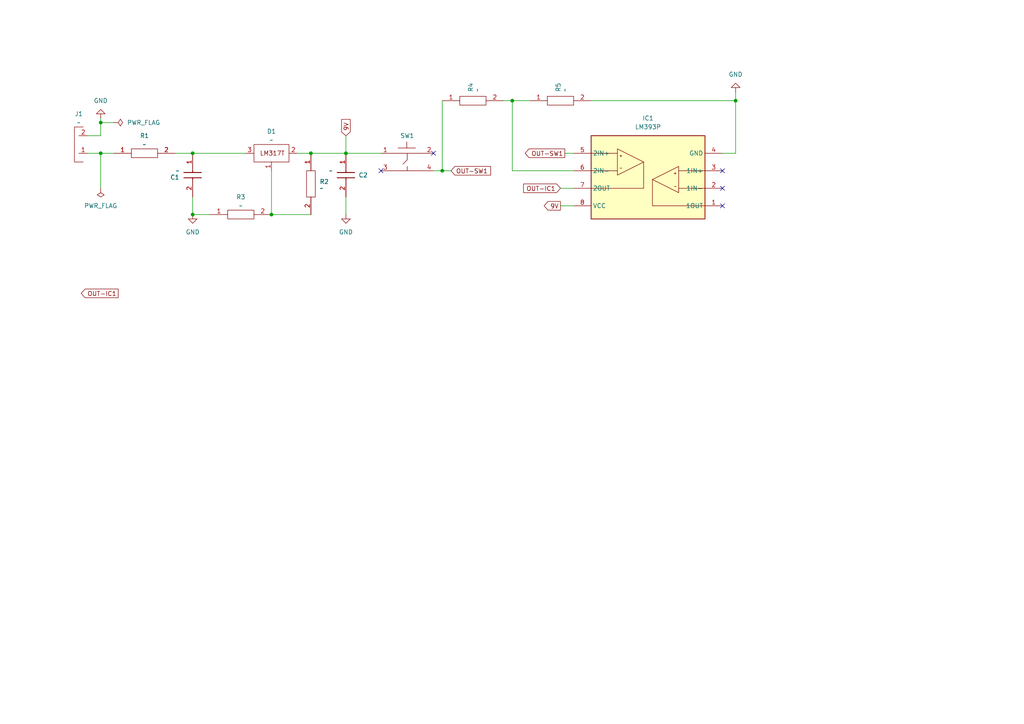
<source format=kicad_sch>
(kicad_sch (version 20250114) (generator "eeschema") (generator_version "9.0")
  (paper "A4")
  (lib_symbols
    (symbol "My_lib2:C_564R60GAD10" (pin_names (hide yes))
      (property "Reference" "C" (at 5.588 5.588 0))
      (symbol "C_564R60GAD10_1_1"
        (polyline (pts (xy 5.08 0) (xy 5.588 0)) (stroke (width 0.254)))
        (polyline (pts (xy 5.588 2.54) (xy 5.588 -2.54)) (stroke (width 0.254)))
        (polyline (pts (xy 7.112 2.54) (xy 7.112 -2.54)) (stroke (width 0.254)))
        (polyline (pts (xy 7.112 0) (xy 7.62 0)) (stroke (width 0.254)))
        (pin passive line (at 0 0 0) (length 5.08) (name "1") (number "1"))
        (pin passive line (at 12.7 0 180) (length 5.08) (name "2") (number "2"))
      )
    )
    (symbol "My_lib2:LM317T"
      (property "Reference" "D" (at 3.556 4.318 0))
      (symbol "LM317T_0_1"
        (rectangle (start 2.54 2.54) (end 12.7 -2.54))
      )
      (symbol "LM317T_1_1"
        (text "LM317T\n" (at 7.874 0 0) (effects (font (size 1.27 1.27))))
        (pin input line (at 0 0 0) (length 2.54) (name "") (number "3"))
        (pin input line (at 7.62 -5.08 90) (length 2.54) (name "") (number "1"))
        (pin input line (at 15.24 0 180) (length 2.54) (name "") (number "2"))
      )
    )
    (symbol "My_lib2:LM393P"
      (property "Reference" "IC" (at 20.066 12.192 0))
      (property "Value" "LM393P" (at 12.7 9.398 0))
      (symbol "LM393P_0_1"
        (polyline (pts (xy 7.62 2.54) (xy 7.62 -5.08) (xy 15.24 -1.27) (xy 7.62 2.54)))
        (polyline (pts (xy 7.62 1.27) (xy 0 1.27)))
        (polyline (pts (xy 7.62 -3.81) (xy 0 -3.81)))
        (polyline (pts (xy 8.382 0.762) (xy 8.89 0.762)))
        (polyline (pts (xy 8.382 -3.048) (xy 8.89 -3.048)))
        (polyline (pts (xy 8.636 -2.794) (xy 8.636 -3.302)))
        (polyline (pts (xy 15.24 -1.27) (xy 15.24 3.81) (xy 15.24 6.35) (xy 0 6.35)))
        (polyline (pts (xy 17.78 -6.35) (xy 17.78 1.27) (xy 33.02 1.27)))
        (polyline (pts (xy 24.13 -4.572) (xy 24.638 -4.572)))
        (polyline (pts (xy 24.13 -8.128) (xy 24.638 -8.128)))
        (polyline (pts (xy 24.384 -7.874) (xy 24.384 -8.382)))
        (polyline (pts (xy 25.4 -10.16) (xy 25.4 -2.54) (xy 17.78 -6.35) (xy 25.4 -10.16)))
        (polyline (pts (xy 33.02 -3.81) (xy 25.4 -3.81)))
        (polyline (pts (xy 33.02 -8.89) (xy 25.4 -8.89)))
      )
      (symbol "LM393P_1_1"
        (rectangle (start 0 10.16) (end 33.02 -13.97) (stroke (width 0.254)) (fill (type background)))
        (pin passive line (at -5.08 6.35 0) (length 5.08) (name "1OUT") (number "1"))
        (pin passive line (at -5.08 1.27 0) (length 5.08) (name "1IN-") (number "2"))
        (pin passive line (at -5.08 -3.81 0) (length 5.08) (name "1IN+") (number "3"))
        (pin passive line (at -5.08 -8.89 0) (length 5.08) (name "GND") (number "4"))
        (pin passive line (at 38.1 6.35 180) (length 5.08) (name "VCC") (number "8"))
        (pin passive line (at 38.1 1.27 180) (length 5.08) (name "2OUT") (number "7"))
        (pin passive line (at 38.1 -3.81 180) (length 5.08) (name "2IN-") (number "6"))
        (pin passive line (at 38.1 -8.89 180) (length 5.08) (name "2IN+") (number "5"))
      )
    )
    (symbol "My_lib2:R_CF100-3K3-J-TB-070-62" (pin_names (offset 0) (hide yes))
      (property "Reference" "R" (at 5.08 2.794 0))
      (symbol "R_CF100-3K3-J-TB-070-62_0_0"
        (pin passive line (at 0 0 0) (length 5.08) (name "~") (number "1"))
        (pin passive line (at 17.78 0 180) (length 5.08) (name "~") (number "2"))
      )
      (symbol "R_CF100-3K3-J-TB-070-62_0_1"
        (polyline (pts (xy 5.08 1.27) (xy 12.7 1.27) (xy 12.7 -1.27) (xy 5.08 -1.27) (xy 5.08 1.27)) (stroke (width 0.1524)))
      )
    )
    (symbol "My_lib2:SW_Push" (pin_names (offset 0.002) (hide yes))
      (property "Reference" "SW" (at 0.635 3.81 0))
      (symbol "SW_Push_0_1"
        (polyline (pts (xy -5.08 0) (xy 5.08 0)))
        (polyline (pts (xy -0.127 1.524) (xy -0.127 3.302)))
        (polyline (pts (xy 0 0) (xy 0 -1.905) (xy -1.27 -3.175)))
        (polyline (pts (xy 0 -3.81) (xy 0 -5.08) (xy -5.08 -5.08) (xy 5.08 -5.08)))
        (polyline (pts (xy 2.413 1.524) (xy -2.667 1.524)))
        (pin passive line (at -7.62 0 0) (length 2.54) (name "1") (number "1"))
      )
      (symbol "SW_Push_1_1"
        (pin passive line (at -7.62 -5.08 0) (length 2.54) (name "1") (number "3"))
        (pin passive line (at 7.62 0 180) (length 2.54) (name "2") (number "2"))
        (pin passive line (at 7.62 -5.08 180) (length 2.54) (name "2") (number "4"))
      )
    )
    (symbol "My_lib2:TB-09A"
      (property "Reference" "J1" (at -1.016 1.778 0))
      (property "Value" "~" (at 3.81 -2.54 0))
      (symbol "TB-09A_0_1"
        (polyline (pts (xy 5.08 -2.54) (xy 5.08 0) (xy -5.08 0) (xy -5.08 -2.54)))
      )
      (symbol "TB-09A_1_1"
        (pin power_in line (at -2.54 -3.81 90) (length 2.54) (name "") (number "1"))
        (pin power_in line (at 2.54 -3.81 90) (length 2.54) (name "") (number "2"))
      )
    )
    (symbol "power:GND" (power) (pin_numbers (hide yes)) (pin_names (offset 0) (hide yes))
      (property "Value" "GND" (at 0 -3.81 0))
      (symbol "GND_0_1"
        (polyline (pts (xy 0 0) (xy 0 -1.27) (xy 1.27 -1.27) (xy 0 -2.54) (xy -1.27 -1.27) (xy 0 -1.27)))
      )
      (symbol "GND_1_1"
        (pin power_in line (at 0 0 270) (length 0) (name "~") (number "1"))
      )
    )
    (symbol "power:PWR_FLAG" (power) (pin_numbers (hide yes)) (pin_names (offset 0) (hide yes))
      (property "Value" "PWR_FLAG" (at 0 3.81 0))
      (symbol "PWR_FLAG_0_0"
        (pin power_out line (at 0 0 90) (length 0) (name "~") (number "1"))
      )
      (symbol "PWR_FLAG_0_1"
        (polyline (pts (xy 0 0) (xy 0 1.27) (xy -1.016 1.905) (xy 0 2.54) (xy 1.016 1.905) (xy 0 1.27)))
      )
    )
  )
  (junction (at 29.21 44.45))
  (junction (at 55.88 44.45))
  (junction (at 55.88 62.23))
  (junction (at 213.36 29.21))
  (junction (at 128.27 49.53))
  (junction (at 78.74 62.23))
  (junction (at 90.17 44.45))
  (junction (at 148.59 29.21))
  (junction (at 100.33 44.45))
  (junction (at 29.21 35.56))
  (no_connect (at 209.55 54.61))
  (no_connect (at 209.55 59.69))
  (no_connect (at 209.55 49.53))
  (no_connect (at 110.49 49.53))
  (no_connect (at 125.73 44.45))
  (wire (pts (xy 128.27 29.21) (xy 128.27 49.53)))
  (wire (pts (xy 29.21 39.37) (xy 25.4 39.37)))
  (wire (pts (xy 146.05 29.21) (xy 148.59 29.21)))
  (wire (pts (xy 78.74 49.53) (xy 78.74 62.23)))
  (wire (pts (xy 100.33 39.37) (xy 100.33 44.45)))
  (wire (pts (xy 78.74 62.23) (xy 90.17 62.23)))
  (wire (pts (xy 166.37 49.53) (xy 148.59 49.53)))
  (wire (pts (xy 55.88 57.15) (xy 55.88 62.23)))
  (wire (pts (xy 162.56 59.69) (xy 166.37 59.69)))
  (wire (pts (xy 29.21 44.45) (xy 33.02 44.45)))
  (wire (pts (xy 128.27 49.53) (xy 130.81 49.53)))
  (wire (pts (xy 148.59 49.53) (xy 148.59 29.21)))
  (wire (pts (xy 90.17 44.45) (xy 100.33 44.45)))
  (wire (pts (xy 163.83 44.45) (xy 166.37 44.45)))
  (wire (pts (xy 29.21 54.61) (xy 29.21 44.45)))
  (wire (pts (xy 29.21 35.56) (xy 33.02 35.56)))
  (wire (pts (xy 213.36 44.45) (xy 213.36 29.21)))
  (wire (pts (xy 171.45 29.21) (xy 213.36 29.21)))
  (wire (pts (xy 25.4 44.45) (xy 29.21 44.45)))
  (wire (pts (xy 60.96 62.23) (xy 55.88 62.23)))
  (wire (pts (xy 50.8 44.45) (xy 55.88 44.45)))
  (wire (pts (xy 213.36 29.21) (xy 213.36 26.67)))
  (wire (pts (xy 209.55 44.45) (xy 213.36 44.45)))
  (wire (pts (xy 29.21 34.29) (xy 29.21 35.56)))
  (wire (pts (xy 125.73 49.53) (xy 128.27 49.53)))
  (wire (pts (xy 162.56 54.61) (xy 166.37 54.61)))
  (wire (pts (xy 29.21 35.56) (xy 29.21 39.37)))
  (wire (pts (xy 55.88 44.45) (xy 71.12 44.45)))
  (wire (pts (xy 100.33 44.45) (xy 110.49 44.45)))
  (wire (pts (xy 100.33 57.15) (xy 100.33 62.23)))
  (wire (pts (xy 148.59 29.21) (xy 153.67 29.21)))
  (wire (pts (xy 86.36 44.45) (xy 90.17 44.45)))
  (global_label "OUT-IC1" (shape input) (at 162.56 54.61 180) (property "Intersheetrefs" "${INTERSHEET_REFS}" (effects (hide yes))))
  (global_label "OUT-SW1" (shape input) (at 130.81 49.53 0) (property "Intersheetrefs" "${INTERSHEET_REFS}" (effects (hide yes))))
  (global_label "9V" (shape input) (at 100.33 39.37 90) (property "Intersheetrefs" "${INTERSHEET_REFS}" (effects (hide yes))))
  (global_label "OUT-SW1" (shape output) (at 163.83 44.45 180) (property "Intersheetrefs" "${INTERSHEET_REFS}" (effects (hide yes))))
  (global_label "OUT-IC1" (shape output) (at 34.29 85.09 180) (property "Intersheetrefs" "${INTERSHEET_REFS}" (effects (hide yes))))
  (global_label "9V" (shape output) (at 162.56 59.69 180) (property "Intersheetrefs" "${INTERSHEET_REFS}" (effects (hide yes))))
  (symbol (lib_id "power:GND") (at 213.36 26.67 180) (unit 1)
    (property "Reference" "#PWR03" (effects (hide yes)))
    (property "Value" "GND" (at 213.36 21.59 0))
    (property "Description" "Power symbol creates a global label with name \"GND\" , ground" (effects (hide yes)))
  )
  (symbol (lib_id "My_lib2:R_CF100-3K3-J-TB-070-62") (at 128.27 29.21 0) (unit 1)
    (property "Reference" "R4" (at 136.5249 26.67 90) (effects (justify left)))
    (property "Value" "~" (at 138.43 26.67 90) (effects (justify left)))
    (property "Footprint" "My_lib2:R axil" (effects (hide yes)))
    (property "Description" "CF100-3K3-J-TB-070-62 CARBON FILM FIXED RESISTOR, 1.0(1W)" (effects (hide yes)))
    (property "Description_1" "CARBON FILM FIXED RESISTOR, 1.0(1W)" (effects (hide yes)))
    (property "Manufacturer_Name" "HKR" (effects (hide yes)))
    (property "Manufacturer_Part_Number" "CF100-3K3-J-TB-070-62" (effects (hide yes)))
  )
  (symbol (lib_id "My_lib2:TB-09A") (at 21.59 41.91 90) (unit 1)
    (property "Reference" "J1" (at 22.86 33.02 90))
    (property "Value" "~" (at 22.86 35.56 90))
    (property "Footprint" "My_lib2:TB-09A" (effects (hide yes)))
    (property "Description" "Винтовой разъем на плату" (effects (hide yes)))
  )
  (symbol (lib_id "power:PWR_FLAG") (at 29.21 54.61 180) (unit 1)
    (property "Reference" "#FLG01" (effects (hide yes)))
    (property "Value" "PWR_FLAG" (at 29.21 59.69 0))
    (property "Description" "Special symbol for telling ERC where power comes from" (effects (hide yes)))
  )
  (symbol (lib_id "power:GND") (at 29.21 34.29 180) (unit 1)
    (property "Reference" "#PWR04" (effects (hide yes)))
    (property "Value" "GND" (at 29.21 29.21 0))
    (property "Description" "Power symbol creates a global label with name \"GND\" , ground" (effects (hide yes)))
  )
  (symbol (lib_id "My_lib2:R_CF100-3K3-J-TB-070-62") (at 60.96 62.23 0) (unit 1)
    (property "Reference" "R3" (at 69.85 57.15 0))
    (property "Value" "~" (at 69.85 59.69 0))
    (property "Footprint" "My_lib2:R axil" (effects (hide yes)))
    (property "Description" "CF100-3K3-J-TB-070-62 CARBON FILM FIXED RESISTOR, 1.0(1W)" (effects (hide yes)))
    (property "Description_1" "CARBON FILM FIXED RESISTOR, 1.0(1W)" (effects (hide yes)))
    (property "Manufacturer_Name" "HKR" (effects (hide yes)))
    (property "Manufacturer_Part_Number" "CF100-3K3-J-TB-070-62" (effects (hide yes)))
  )
  (symbol (lib_id "power:GND") (at 100.33 62.23 0) (unit 1)
    (property "Reference" "#PWR07" (effects (hide yes)))
    (property "Value" "GND" (at 100.33 67.31 0))
    (property "Description" "Power symbol creates a global label with name \"GND\" , ground" (effects (hide yes)))
  )
  (symbol (lib_id "My_lib2:R_CF100-3K3-J-TB-070-62") (at 33.02 44.45 0) (unit 1)
    (property "Reference" "R1" (at 41.91 39.37 0))
    (property "Value" "~" (at 41.91 41.91 0))
    (property "Footprint" "My_lib2:R axil" (effects (hide yes)))
    (property "Description" "CF100-3K3-J-TB-070-62 CARBON FILM FIXED RESISTOR, 1.0(1W)" (effects (hide yes)))
    (property "Description_1" "CARBON FILM FIXED RESISTOR, 1.0(1W)" (effects (hide yes)))
    (property "Manufacturer_Name" "HKR" (effects (hide yes)))
    (property "Manufacturer_Part_Number" "CF100-3K3-J-TB-070-62" (effects (hide yes)))
  )
  (symbol (lib_id "My_lib2:R_CF100-3K3-J-TB-070-62") (at 90.17 44.45 270) (unit 1)
    (property "Reference" "R2" (at 92.71 52.7049 90) (effects (justify left)))
    (property "Value" "~" (at 92.71 54.61 90) (effects (justify left)))
    (property "Footprint" "My_lib2:R axil" (effects (hide yes)))
    (property "Description" "CF100-3K3-J-TB-070-62 CARBON FILM FIXED RESISTOR, 1.0(1W)" (effects (hide yes)))
    (property "Description_1" "CARBON FILM FIXED RESISTOR, 1.0(1W)" (effects (hide yes)))
    (property "Manufacturer_Name" "HKR" (effects (hide yes)))
    (property "Manufacturer_Part_Number" "CF100-3K3-J-TB-070-62" (effects (hide yes)))
  )
  (symbol (lib_id "My_lib2:R_CF100-3K3-J-TB-070-62") (at 153.67 29.21 0) (unit 1)
    (property "Reference" "R5" (at 161.9249 26.67 90) (effects (justify left)))
    (property "Value" "~" (at 163.83 26.67 90) (effects (justify left)))
    (property "Footprint" "My_lib2:R axil" (effects (hide yes)))
    (property "Description" "CF100-3K3-J-TB-070-62 CARBON FILM FIXED RESISTOR, 1.0(1W)" (effects (hide yes)))
    (property "Description_1" "CARBON FILM FIXED RESISTOR, 1.0(1W)" (effects (hide yes)))
    (property "Manufacturer_Name" "HKR" (effects (hide yes)))
    (property "Manufacturer_Part_Number" "CF100-3K3-J-TB-070-62" (effects (hide yes)))
  )
  (symbol (lib_id "My_lib2:LM317T") (at 71.12 44.45 0) (unit 1)
    (property "Reference" "D1" (at 78.74 38.1 0))
    (property "Value" "~" (at 78.74 40.64 0))
    (property "Footprint" "My_lib2:TO-220 - L7805ACV" (effects (hide yes)))
    (property "Datasheet" "https://cdn.promelec.ru/upload/datasheet/b/c/LM117-LM217-LM317-ST.pdf" (effects (hide yes)))
  )
  (symbol (lib_id "My_lib2:C_564R60GAD10") (at 100.33 44.45 270) (unit 1)
    (property "Reference" "C2" (at 106.68 50.8 90) (effects (justify right)))
    (property "Value" "~" (at 96.52 49.53 90) (effects (justify right)))
    (property "Footprint" "My_lib2:C - 564R60GAD10" (effects (hide yes)))
    (property "Datasheet" "https://componentsearchengine.com/Datasheets/1/564R60GAD10.pdf" (effects (hide yes)))
    (property "Description" "Cap Ceramic Single 0.001uF 6000V Z5U 20% (10.2 X 6.9mm) Radial 9.5mm 105C Bulk" (effects (hide yes)))
    (property "Height" "10.2" (effects (hide yes)))
    (property "Manufacturer_Name" "Vishay" (effects (hide yes)))
    (property "Manufacturer_Part_Number" "564R60GAD10" (effects (hide yes)))
    (property "Mouser Part Number" "75-564R60GAD10" (effects (hide yes)))
    (property "Mouser Price/Stock" "https://www.mouser.co.uk/ProductDetail/Vishay/564R60GAD10?qs=xrnNvQC1SKQV3fR046g7Jg%3D%3D" (effects (hide yes)))
    (property "Arrow Part Number" "564R60GAD10" (effects (hide yes)))
    (property "Arrow Price/Stock" "https://www.arrow.com/en/products/564r60gad10/vishay?region=nac" (effects (hide yes)))
  )
  (symbol (lib_id "My_lib2:LM393P") (at 204.47 53.34 180) (unit 1)
    (property "Reference" "IC1" (at 187.96 34.29 0))
    (property "Value" "LM393P" (at 187.96 36.83 0))
    (property "Footprint" "My_lib2:8-DIP" (effects (hide yes)))
    (property "Datasheet" "https://amperkot.ru/static/3236/uploads/datasheets/lm393.pdf" (effects (hide yes)))
    (property "Description" "LM393P, Dual Comparator Open Collector 1.3us 12 V, 15 V, 18 V, 24 V, 28 V, 3 V, 5 V, 9 V 8-Pin PDIP" (effects (hide yes)))
    (property "Height" "5.08" (effects (hide yes)))
    (property "Manufacturer_Name" "Texas Instruments" (effects (hide yes)))
    (property "Manufacturer_Part_Number" "LM393P" (effects (hide yes)))
    (property "Mouser Part Number" "595-LM393P" (effects (hide yes)))
    (property "Mouser Price/Stock" "https://www.mouser.co.uk/ProductDetail/Texas-Instruments/LM393P?qs=1K8%2FAQHn5WT5g4otW1rg%2Fg%3D%3D" (effects (hide yes)))
    (property "Arrow Part Number" "LM393P" (effects (hide yes)))
    (property "Arrow Price/Stock" "https://www.arrow.com/en/products/lm393p/texas-instruments?region=nac" (effects (hide yes)))
  )
  (symbol (lib_id "My_lib2:SW_Push") (at 118.11 44.45 0) (unit 1)
    (property "Reference" "SW1" (at 118.11 39.37 0))
    (property "Value" "SW_Push" (effects (hide yes)))
    (property "Footprint" "My_lib2:SW - 0650HIM-130G-G" (effects (hide yes)))
    (property "Description" "Push button switch, generic, two pins" (effects (hide yes)))
  )
  (symbol (lib_id "My_lib2:C_564R60GAD10") (at 55.88 44.45 270) (unit 1)
    (property "Reference" "C1" (at 52.07 51.4351 90) (effects (justify right)))
    (property "Value" "~" (at 52.07 49.53 90) (effects (justify right)))
    (property "Footprint" "My_lib2:C - 564R60GAD10" (effects (hide yes)))
    (property "Datasheet" "https://componentsearchengine.com/Datasheets/1/564R60GAD10.pdf" (effects (hide yes)))
    (property "Description" "Cap Ceramic Single 0.001uF 6000V Z5U 20% (10.2 X 6.9mm) Radial 9.5mm 105C Bulk" (effects (hide yes)))
    (property "Height" "10.2" (effects (hide yes)))
    (property "Manufacturer_Name" "Vishay" (effects (hide yes)))
    (property "Manufacturer_Part_Number" "564R60GAD10" (effects (hide yes)))
    (property "Mouser Part Number" "75-564R60GAD10" (effects (hide yes)))
    (property "Mouser Price/Stock" "https://www.mouser.co.uk/ProductDetail/Vishay/564R60GAD10?qs=xrnNvQC1SKQV3fR046g7Jg%3D%3D" (effects (hide yes)))
    (property "Arrow Part Number" "564R60GAD10" (effects (hide yes)))
    (property "Arrow Price/Stock" "https://www.arrow.com/en/products/564r60gad10/vishay?region=nac" (effects (hide yes)))
  )
  (symbol (lib_id "power:PWR_FLAG") (at 33.02 35.56 270) (unit 1)
    (property "Reference" "#FLG02" (effects (hide yes)))
    (property "Value" "PWR_FLAG" (at 36.83 35.5599 90) (effects (justify left)))
    (property "Description" "Special symbol for telling ERC where power comes from" (effects (hide yes)))
  )
  (symbol (lib_id "power:GND") (at 55.88 62.23 0) (unit 1)
    (property "Reference" "#PWR06" (effects (hide yes)))
    (property "Value" "GND" (at 55.88 67.31 0))
    (property "Description" "Power symbol creates a global label with name \"GND\" , ground" (effects (hide yes)))
  )
)
</source>
